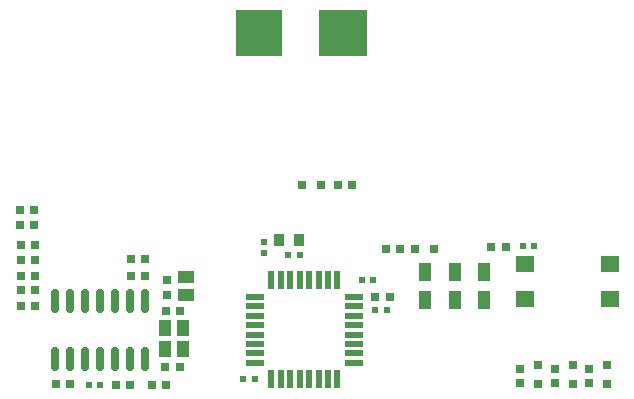
<source format=gtp>
G04*
G04 #@! TF.GenerationSoftware,Altium Limited,Altium NEXUS,2.1.5 (53)*
G04*
G04 Layer_Color=8421504*
%FSLAX44Y44*%
%MOMM*%
G71*
G01*
G75*
%ADD16R,4.1000X4.0000*%
%ADD17R,4.0000X4.0000*%
G04:AMPARAMS|DCode=18|XSize=1.97mm|YSize=0.6mm|CornerRadius=0.15mm|HoleSize=0mm|Usage=FLASHONLY|Rotation=90.000|XOffset=0mm|YOffset=0mm|HoleType=Round|Shape=RoundedRectangle|*
%AMROUNDEDRECTD18*
21,1,1.9700,0.3000,0,0,90.0*
21,1,1.6700,0.6000,0,0,90.0*
1,1,0.3000,0.1500,0.8350*
1,1,0.3000,0.1500,-0.8350*
1,1,0.3000,-0.1500,-0.8350*
1,1,0.3000,-0.1500,0.8350*
%
%ADD18ROUNDEDRECTD18*%
%ADD19R,0.8000X0.8000*%
%ADD20R,1.0000X1.6000*%
G04:AMPARAMS|DCode=21|XSize=1.56mm|YSize=0.55mm|CornerRadius=0.0688mm|HoleSize=0mm|Usage=FLASHONLY|Rotation=0.000|XOffset=0mm|YOffset=0mm|HoleType=Round|Shape=RoundedRectangle|*
%AMROUNDEDRECTD21*
21,1,1.5600,0.4125,0,0,0.0*
21,1,1.4225,0.5500,0,0,0.0*
1,1,0.1375,0.7113,-0.2063*
1,1,0.1375,-0.7113,-0.2063*
1,1,0.1375,-0.7113,0.2063*
1,1,0.1375,0.7113,0.2063*
%
%ADD21ROUNDEDRECTD21*%
G04:AMPARAMS|DCode=22|XSize=1.56mm|YSize=0.55mm|CornerRadius=0.0688mm|HoleSize=0mm|Usage=FLASHONLY|Rotation=270.000|XOffset=0mm|YOffset=0mm|HoleType=Round|Shape=RoundedRectangle|*
%AMROUNDEDRECTD22*
21,1,1.5600,0.4125,0,0,270.0*
21,1,1.4225,0.5500,0,0,270.0*
1,1,0.1375,-0.2063,-0.7113*
1,1,0.1375,-0.2063,0.7113*
1,1,0.1375,0.2063,0.7113*
1,1,0.1375,0.2063,-0.7113*
%
%ADD22ROUNDEDRECTD22*%
%ADD23R,0.8000X0.8000*%
%ADD24R,0.8000X0.7000*%
%ADD25R,0.6000X0.5000*%
%ADD26R,0.9000X1.0000*%
%ADD27R,0.5000X0.6000*%
%ADD28R,1.6000X1.4000*%
%ADD29R,1.1000X1.4000*%
%ADD30R,0.7000X0.8000*%
%ADD31R,1.4000X1.1000*%
D16*
X356870Y346710D02*
D03*
D17*
X285750D02*
D03*
D18*
X113066Y70500D02*
D03*
X125766D02*
D03*
X138466D02*
D03*
X151166D02*
D03*
X163866D02*
D03*
X176566D02*
D03*
X189266D02*
D03*
Y120000D02*
D03*
X176566D02*
D03*
X163866D02*
D03*
X151166D02*
D03*
X138466D02*
D03*
X125766D02*
D03*
X113066D02*
D03*
D19*
X322200Y218186D02*
D03*
X338200D02*
D03*
X433704Y163830D02*
D03*
X417704D02*
D03*
D20*
X476250Y144650D02*
D03*
X451250D02*
D03*
X426250D02*
D03*
X476250Y120650D02*
D03*
X451250D02*
D03*
X426250D02*
D03*
D21*
X282050Y123250D02*
D03*
Y115250D02*
D03*
Y107250D02*
D03*
Y99250D02*
D03*
Y91250D02*
D03*
Y83250D02*
D03*
Y75250D02*
D03*
Y67250D02*
D03*
X365650D02*
D03*
Y75250D02*
D03*
Y83250D02*
D03*
Y91250D02*
D03*
Y99250D02*
D03*
Y107250D02*
D03*
Y115250D02*
D03*
Y123250D02*
D03*
D22*
X351850Y137050D02*
D03*
X343850D02*
D03*
X335850D02*
D03*
X327850D02*
D03*
X319850D02*
D03*
X311850D02*
D03*
X303850D02*
D03*
X295850D02*
D03*
Y53450D02*
D03*
X303850D02*
D03*
X311850D02*
D03*
X319850D02*
D03*
X327850D02*
D03*
X335850D02*
D03*
X343850D02*
D03*
X351850D02*
D03*
D23*
X580426Y65150D02*
D03*
Y49150D02*
D03*
X551216Y65150D02*
D03*
Y49150D02*
D03*
X522006Y65531D02*
D03*
Y49530D02*
D03*
D24*
X364140Y218186D02*
D03*
X352140D02*
D03*
X404526Y163830D02*
D03*
X392526D02*
D03*
X395890Y123190D02*
D03*
X383890D02*
D03*
X95630Y128580D02*
D03*
X83630D02*
D03*
X206344Y111506D02*
D03*
X218344D02*
D03*
X95630Y140970D02*
D03*
X83630D02*
D03*
X113380Y49530D02*
D03*
X125380D02*
D03*
X83630Y115570D02*
D03*
X95630D02*
D03*
Y153980D02*
D03*
X83630D02*
D03*
X206090Y63500D02*
D03*
X218090D02*
D03*
X176180Y48260D02*
D03*
X164180D02*
D03*
X94900Y184150D02*
D03*
X82900D02*
D03*
X206660Y48260D02*
D03*
X194660D02*
D03*
X482220Y165790D02*
D03*
X494220D02*
D03*
X83630Y166680D02*
D03*
X95630D02*
D03*
X82900Y196850D02*
D03*
X94900D02*
D03*
X176880Y154940D02*
D03*
X188880D02*
D03*
X176916Y140970D02*
D03*
X188916D02*
D03*
D25*
X383620Y111760D02*
D03*
X393620D02*
D03*
X382190Y137160D02*
D03*
X372190D02*
D03*
X271860Y53340D02*
D03*
X281860D02*
D03*
X319960Y158750D02*
D03*
X309960D02*
D03*
X151050Y48260D02*
D03*
X141050D02*
D03*
X508540Y166330D02*
D03*
X518540D02*
D03*
D26*
X319650Y171450D02*
D03*
X302650D02*
D03*
D27*
X289560Y170020D02*
D03*
Y160020D02*
D03*
D28*
X582540Y121130D02*
D03*
Y151130D02*
D03*
X510540Y121130D02*
D03*
Y151130D02*
D03*
D29*
X206114Y96520D02*
D03*
X221114D02*
D03*
X206114Y79248D02*
D03*
X221114D02*
D03*
D30*
X565150Y49880D02*
D03*
Y61880D02*
D03*
X535940Y49880D02*
D03*
Y61880D02*
D03*
X506730Y49880D02*
D03*
Y61880D02*
D03*
X207772Y125160D02*
D03*
Y137160D02*
D03*
D31*
X223266Y140088D02*
D03*
Y125088D02*
D03*
M02*

</source>
